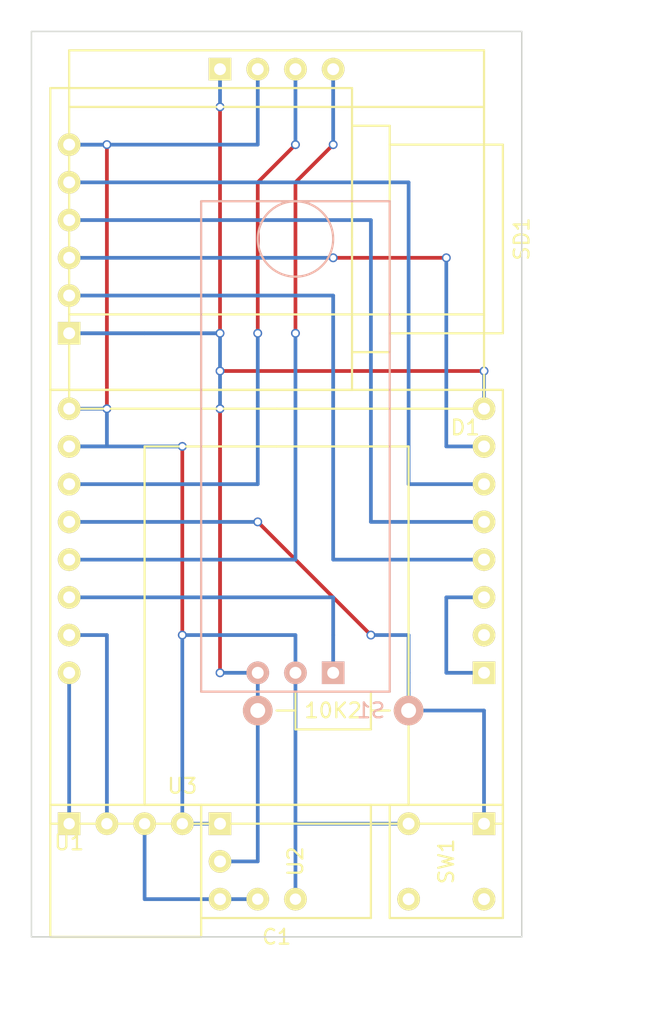
<source format=kicad_pcb>
(kicad_pcb (version 4) (host pcbnew 4.0.0-stable)

  (general
    (links 29)
    (no_connects 3)
    (area 132.029999 63.449999 165.150001 124.510001)
    (thickness 1.6)
    (drawings 10)
    (tracks 90)
    (zones 0)
    (modules 9)
    (nets 16)
  )

  (page A4)
  (title_block
    (title "Internet-of-Things Power Meter")
    (date 2016-03-27)
    (rev 0.3)
  )

  (layers
    (0 F.Cu signal)
    (31 B.Cu signal)
    (32 B.Adhes user)
    (33 F.Adhes user)
    (34 B.Paste user)
    (35 F.Paste user)
    (36 B.SilkS user hide)
    (37 F.SilkS user hide)
    (38 B.Mask user)
    (39 F.Mask user)
    (40 Dwgs.User user)
    (41 Cmts.User user)
    (42 Eco1.User user)
    (43 Eco2.User user)
    (44 Edge.Cuts user)
    (45 Margin user)
    (46 B.CrtYd user)
    (47 F.CrtYd user)
    (48 B.Fab user)
    (49 F.Fab user)
  )

  (setup
    (last_trace_width 0.25)
    (trace_clearance 0.2)
    (zone_clearance 0.508)
    (zone_45_only no)
    (trace_min 0.2)
    (segment_width 0.2)
    (edge_width 0.1)
    (via_size 0.6)
    (via_drill 0.4)
    (via_min_size 0.4)
    (via_min_drill 0.3)
    (uvia_size 0.3)
    (uvia_drill 0.1)
    (uvias_allowed no)
    (uvia_min_size 0.2)
    (uvia_min_drill 0.1)
    (pcb_text_width 0.3)
    (pcb_text_size 1.5 1.5)
    (mod_edge_width 0.15)
    (mod_text_size 1 1)
    (mod_text_width 0.15)
    (pad_size 1.5 1.5)
    (pad_drill 0.6)
    (pad_to_mask_clearance 0)
    (aux_axis_origin 0 0)
    (visible_elements FFFFFF7F)
    (pcbplotparams
      (layerselection 0x00030_80000001)
      (usegerberextensions false)
      (excludeedgelayer true)
      (linewidth 0.100000)
      (plotframeref false)
      (viasonmask false)
      (mode 1)
      (useauxorigin false)
      (hpglpennumber 1)
      (hpglpenspeed 20)
      (hpglpendiameter 15)
      (hpglpenoverlay 2)
      (psnegative false)
      (psa4output false)
      (plotreference true)
      (plotvalue true)
      (plotinvisibletext false)
      (padsonsilk false)
      (subtractmaskfromsilk false)
      (outputformat 4)
      (mirror false)
      (drillshape 0)
      (scaleselection 1)
      (outputdirectory ""))
  )

  (net 0 "")
  (net 1 VCC)
  (net 2 GND)
  (net 3 /CS)
  (net 4 /MOSI)
  (net 5 /CLK)
  (net 6 /MISO)
  (net 7 "Net-(U1-Pad2)")
  (net 8 +5V)
  (net 9 "Net-(U1-Pad1)")
  (net 10 /PROG)
  (net 11 /SCL)
  (net 12 /SDA)
  (net 13 /SENSOR)
  (net 14 /RX)
  (net 15 /TX)

  (net_class Default "This is the default net class."
    (clearance 0.2)
    (trace_width 0.25)
    (via_dia 0.6)
    (via_drill 0.4)
    (uvia_dia 0.3)
    (uvia_drill 0.1)
    (add_net +5V)
    (add_net /CLK)
    (add_net /CS)
    (add_net /MISO)
    (add_net /MOSI)
    (add_net /PROG)
    (add_net /RX)
    (add_net /SCL)
    (add_net /SDA)
    (add_net /SENSOR)
    (add_net /TX)
    (add_net GND)
    (add_net "Net-(U1-Pad1)")
    (add_net "Net-(U1-Pad2)")
    (add_net VCC)
  )

  (module IPM_KiCad_footprint_library:ESP8266-12E_breakout (layer F.Cu) (tedit 567809D5) (tstamp 56780750)
    (at 162.56 106.68 180)
    (path /56744217)
    (fp_text reference U1 (at 27.94 -11.43 180) (layer F.SilkS)
      (effects (font (size 1 1) (thickness 0.15)))
    )
    (fp_text value ESP-12 (at -3.81 10.16 270) (layer F.Fab)
      (effects (font (size 1 1) (thickness 0.15)))
    )
    (fp_line (start 13.97 -8.89) (end 22.86 -8.89) (layer F.SilkS) (width 0.15))
    (fp_line (start 22.86 -8.89) (end 22.86 15.24) (layer F.SilkS) (width 0.15))
    (fp_line (start 22.86 15.24) (end 13.97 15.24) (layer F.SilkS) (width 0.15))
    (fp_line (start 13.97 15.24) (end 5.08 15.24) (layer F.SilkS) (width 0.15))
    (fp_line (start 5.08 15.24) (end 5.08 -8.89) (layer F.SilkS) (width 0.15))
    (fp_line (start 5.08 -8.89) (end 13.97 -8.89) (layer F.SilkS) (width 0.15))
    (fp_line (start -1.27 19.05) (end 29.21 19.05) (layer F.SilkS) (width 0.15))
    (fp_line (start 29.21 19.05) (end 29.21 -10.16) (layer F.SilkS) (width 0.15))
    (fp_line (start 29.21 -10.16) (end -1.27 -10.16) (layer F.SilkS) (width 0.15))
    (fp_line (start -1.27 -10.16) (end -1.27 19.05) (layer F.SilkS) (width 0.15))
    (pad 9 thru_hole circle (at 27.94 17.78 180) (size 1.524 1.524) (drill 0.8) (layers *.Cu *.Mask F.SilkS)
      (net 2 GND))
    (pad 10 thru_hole circle (at 27.94 15.24 180) (size 1.524 1.524) (drill 0.8) (layers *.Cu *.Mask F.SilkS)
      (net 2 GND))
    (pad 11 thru_hole circle (at 27.94 12.7 180) (size 1.524 1.524) (drill 0.8) (layers *.Cu *.Mask F.SilkS)
      (net 11 /SCL))
    (pad 12 thru_hole circle (at 27.94 10.16 180) (size 1.524 1.524) (drill 0.8) (layers *.Cu *.Mask F.SilkS)
      (net 10 /PROG))
    (pad 13 thru_hole circle (at 27.94 7.62 180) (size 1.524 1.524) (drill 0.8) (layers *.Cu *.Mask F.SilkS)
      (net 12 /SDA))
    (pad 14 thru_hole circle (at 27.94 5.08 180) (size 1.524 1.524) (drill 0.8) (layers *.Cu *.Mask F.SilkS)
      (net 13 /SENSOR))
    (pad 15 thru_hole circle (at 27.94 2.54 180) (size 1.524 1.524) (drill 0.8) (layers *.Cu *.Mask F.SilkS)
      (net 14 /RX))
    (pad 16 thru_hole circle (at 27.94 0 180) (size 1.524 1.524) (drill 0.8) (layers *.Cu *.Mask F.SilkS)
      (net 15 /TX))
    (pad 8 thru_hole circle (at 0 17.78 180) (size 1.524 1.524) (drill 0.8) (layers *.Cu *.Mask F.SilkS)
      (net 1 VCC))
    (pad 7 thru_hole circle (at 0 15.24 180) (size 1.524 1.524) (drill 0.8) (layers *.Cu *.Mask F.SilkS)
      (net 4 /MOSI))
    (pad 6 thru_hole circle (at 0 12.7 180) (size 1.524 1.524) (drill 0.8) (layers *.Cu *.Mask F.SilkS)
      (net 6 /MISO))
    (pad 5 thru_hole circle (at 0 10.16 180) (size 1.524 1.524) (drill 0.8) (layers *.Cu *.Mask F.SilkS)
      (net 5 /CLK))
    (pad 4 thru_hole circle (at 0 7.62 180) (size 1.524 1.524) (drill 0.8) (layers *.Cu *.Mask F.SilkS)
      (net 3 /CS))
    (pad 3 thru_hole circle (at 0 5.08 180) (size 1.524 1.524) (drill 0.8) (layers *.Cu *.Mask F.SilkS)
      (net 9 "Net-(U1-Pad1)"))
    (pad 2 thru_hole circle (at 0 2.54 180) (size 1.524 1.524) (drill 0.8) (layers *.Cu *.Mask F.SilkS)
      (net 7 "Net-(U1-Pad2)"))
    (pad 1 thru_hole rect (at 0 0 180) (size 1.524 1.524) (drill 0.8) (layers *.Cu *.Mask F.SilkS)
      (net 9 "Net-(U1-Pad1)"))
  )

  (module IPM_KiCad_footprint_library:Button (layer F.Cu) (tedit 56783BD2) (tstamp 567824AC)
    (at 162.56 116.84 270)
    (path /56748014)
    (fp_text reference SW1 (at 2.54 2.54 270) (layer F.SilkS)
      (effects (font (size 1 1) (thickness 0.15)))
    )
    (fp_text value SW_PUSH (at 2.54 2.54 360) (layer F.Fab)
      (effects (font (size 1 1) (thickness 0.15)))
    )
    (fp_line (start -1.27 -1.27) (end 6.35 -1.27) (layer F.SilkS) (width 0.15))
    (fp_line (start 6.35 -1.27) (end 6.35 6.35) (layer F.SilkS) (width 0.15))
    (fp_line (start 6.35 6.35) (end -1.27 6.35) (layer F.SilkS) (width 0.15))
    (fp_line (start -1.27 6.35) (end -1.27 -1.27) (layer F.SilkS) (width 0.15))
    (pad 1 thru_hole rect (at 0 0 270) (size 1.524 1.524) (drill 0.8) (layers *.Cu *.Mask F.SilkS)
      (net 10 /PROG))
    (pad 1 thru_hole circle (at 5.08 0 270) (size 1.524 1.524) (drill 0.8) (layers *.Cu *.Mask F.SilkS)
      (net 10 /PROG))
    (pad 2 thru_hole circle (at 0 5.08 270) (size 1.524 1.524) (drill 0.8) (layers *.Cu *.Mask F.SilkS)
      (net 2 GND))
    (pad 2 thru_hole circle (at 5.08 5.08 270) (size 1.524 1.524) (drill 0.8) (layers *.Cu *.Mask F.SilkS)
      (net 2 GND))
  )

  (module Resistors_ThroughHole:Resistor_Horizontal_RM10mm (layer F.Cu) (tedit 53F56209) (tstamp 5678071B)
    (at 152.4 109.22)
    (descr "Resistor, Axial,  RM 10mm, 1/3W,")
    (tags "Resistor, Axial, RM 10mm, 1/3W,")
    (path /567456FA)
    (fp_text reference 10K2 (at 0 0) (layer F.SilkS)
      (effects (font (size 1 1) (thickness 0.15)))
    )
    (fp_text value R (at 0 0) (layer F.Fab)
      (effects (font (size 1 1) (thickness 0.15)))
    )
    (fp_line (start -2.54 -1.27) (end 2.54 -1.27) (layer F.SilkS) (width 0.15))
    (fp_line (start 2.54 -1.27) (end 2.54 1.27) (layer F.SilkS) (width 0.15))
    (fp_line (start 2.54 1.27) (end -2.54 1.27) (layer F.SilkS) (width 0.15))
    (fp_line (start -2.54 1.27) (end -2.54 -1.27) (layer F.SilkS) (width 0.15))
    (fp_line (start -2.54 0) (end -3.81 0) (layer F.SilkS) (width 0.15))
    (fp_line (start 2.54 0) (end 3.81 0) (layer F.SilkS) (width 0.15))
    (pad 1 thru_hole circle (at -5.08 0) (size 1.99898 1.99898) (drill 1.00076) (layers *.Cu *.SilkS *.Mask)
      (net 1 VCC))
    (pad 2 thru_hole circle (at 5.08 0) (size 1.99898 1.99898) (drill 1.00076) (layers *.Cu *.SilkS *.Mask)
      (net 10 /PROG))
    (model Resistors_ThroughHole.3dshapes/Resistor_Horizontal_RM10mm.wrl
      (at (xyz 0 0 0))
      (scale (xyz 0.4 0.4 0.4))
      (rotate (xyz 0 0 0))
    )
  )

  (module IPM_KiCad_footprint_library:LightSensor (layer B.Cu) (tedit 5677EF86) (tstamp 5678072A)
    (at 152.4 106.68 180)
    (path /567479DB)
    (fp_text reference S1 (at -2.54 -2.54 180) (layer B.SilkS)
      (effects (font (size 1 1) (thickness 0.15)) (justify mirror))
    )
    (fp_text value LightSensor (at 2.54 2.54 180) (layer B.Fab)
      (effects (font (size 1 1) (thickness 0.15)) (justify mirror))
    )
    (fp_circle (center 2.54 29.21) (end 2.54 31.75) (layer B.SilkS) (width 0.15))
    (fp_line (start -3.81 -1.27) (end 2.54 -1.27) (layer B.SilkS) (width 0.15))
    (fp_line (start 8.89 31.75) (end -3.81 31.75) (layer B.SilkS) (width 0.15))
    (fp_line (start -3.81 31.75) (end -3.81 -1.27) (layer B.SilkS) (width 0.15))
    (fp_line (start 2.54 -1.27) (end 8.89 -1.27) (layer B.SilkS) (width 0.15))
    (fp_line (start 8.89 -1.27) (end 8.89 31.75) (layer B.SilkS) (width 0.15))
    (pad 1 thru_hole rect (at 0 0 180) (size 1.524 1.524) (drill 0.8) (layers *.Cu *.Mask B.SilkS)
      (net 13 /SENSOR))
    (pad 2 thru_hole circle (at 2.54 0 180) (size 1.524 1.524) (drill 0.8) (layers *.Cu *.Mask B.SilkS)
      (net 2 GND))
    (pad 3 thru_hole circle (at 5.08 0 180) (size 1.524 1.524) (drill 0.8) (layers *.Cu *.Mask B.SilkS)
      (net 1 VCC))
  )

  (module IPM_KiCad_footprint_library:uSD_card_reader (layer F.Cu) (tedit 5677FCA3) (tstamp 56780734)
    (at 134.62 83.82 90)
    (path /567474F3)
    (fp_text reference SD1 (at 6.35 30.48 90) (layer F.SilkS)
      (effects (font (size 1 1) (thickness 0.15)))
    )
    (fp_text value MicroSD (at 6.35 -3.81 90) (layer F.Fab)
      (effects (font (size 1 1) (thickness 0.15)))
    )
    (fp_line (start 12.7 21.59) (end 12.7 29.21) (layer F.SilkS) (width 0.15))
    (fp_line (start 12.7 29.21) (end 0 29.21) (layer F.SilkS) (width 0.15))
    (fp_line (start 0 29.21) (end 0 21.59) (layer F.SilkS) (width 0.15))
    (fp_line (start 13.97 19.05) (end 13.97 21.59) (layer F.SilkS) (width 0.15))
    (fp_line (start 13.97 21.59) (end -1.27 21.59) (layer F.SilkS) (width 0.15))
    (fp_line (start -1.27 21.59) (end -1.27 19.05) (layer F.SilkS) (width 0.15))
    (fp_line (start 6.35 -1.27) (end 16.51 -1.27) (layer F.SilkS) (width 0.15))
    (fp_line (start 16.51 -1.27) (end 16.51 19.05) (layer F.SilkS) (width 0.15))
    (fp_line (start 16.51 19.05) (end 6.35 19.05) (layer F.SilkS) (width 0.15))
    (fp_line (start 6.35 19.05) (end -3.81 19.05) (layer F.SilkS) (width 0.15))
    (fp_line (start -3.81 19.05) (end -3.81 -1.27) (layer F.SilkS) (width 0.15))
    (fp_line (start -3.81 -1.27) (end 6.35 -1.27) (layer F.SilkS) (width 0.15))
    (pad 1 thru_hole rect (at 0 0 90) (size 1.524 1.524) (drill 0.8) (layers *.Cu *.Mask F.SilkS)
      (net 1 VCC))
    (pad 2 thru_hole circle (at 2.54 0 90) (size 1.524 1.524) (drill 0.8) (layers *.Cu *.Mask F.SilkS)
      (net 3 /CS))
    (pad 3 thru_hole circle (at 5.08 0 90) (size 1.524 1.524) (drill 0.8) (layers *.Cu *.Mask F.SilkS)
      (net 4 /MOSI))
    (pad 4 thru_hole circle (at 7.62 0 90) (size 1.524 1.524) (drill 0.8) (layers *.Cu *.Mask F.SilkS)
      (net 5 /CLK))
    (pad 5 thru_hole circle (at 10.16 0 90) (size 1.524 1.524) (drill 0.8) (layers *.Cu *.Mask F.SilkS)
      (net 6 /MISO))
    (pad 6 thru_hole circle (at 12.7 0 90) (size 1.524 1.524) (drill 0.8) (layers *.Cu *.Mask F.SilkS)
      (net 2 GND))
  )

  (module IPM_KiCad_footprint_library:OLED (layer F.Cu) (tedit 5677FB93) (tstamp 56780723)
    (at 144.78 66.04)
    (path /56747219)
    (fp_text reference D1 (at 16.51 24.13) (layer F.SilkS)
      (effects (font (size 1 1) (thickness 0.15)))
    )
    (fp_text value OLED (at 3.81 -3.81) (layer F.Fab)
      (effects (font (size 1 1) (thickness 0.15)))
    )
    (fp_line (start -10.16 16.51) (end 17.78 16.51) (layer F.SilkS) (width 0.15))
    (fp_line (start -10.16 2.54) (end 17.78 2.54) (layer F.SilkS) (width 0.15))
    (fp_line (start 3.81 -1.27) (end -10.16 -1.27) (layer F.SilkS) (width 0.15))
    (fp_line (start -10.16 -1.27) (end -10.16 22.86) (layer F.SilkS) (width 0.15))
    (fp_line (start -10.16 22.86) (end 3.81 22.86) (layer F.SilkS) (width 0.15))
    (fp_line (start 3.81 -1.27) (end 17.78 -1.27) (layer F.SilkS) (width 0.15))
    (fp_line (start 17.78 -1.27) (end 17.78 22.86) (layer F.SilkS) (width 0.15))
    (fp_line (start 17.78 22.86) (end 3.81 22.86) (layer F.SilkS) (width 0.15))
    (pad 2 thru_hole circle (at 2.54 0) (size 1.524 1.524) (drill 0.8) (layers *.Cu *.Mask F.SilkS)
      (net 2 GND))
    (pad 1 thru_hole rect (at 0 0) (size 1.524 1.524) (drill 0.8) (layers *.Cu *.Mask F.SilkS)
      (net 1 VCC))
    (pad 3 thru_hole circle (at 5.08 0) (size 1.524 1.524) (drill 0.8) (layers *.Cu *.Mask F.SilkS)
      (net 11 /SCL))
    (pad 4 thru_hole circle (at 7.62 0) (size 1.524 1.524) (drill 0.8) (layers *.Cu *.Mask F.SilkS)
      (net 12 /SDA))
  )

  (module IPM_KiCad_footprint_library:FTDI (layer F.Cu) (tedit 5679B093) (tstamp 56781A1A)
    (at 134.62 116.84)
    (path /56747C70)
    (fp_text reference U3 (at 7.62 -2.54) (layer F.SilkS)
      (effects (font (size 1 1) (thickness 0.15)))
    )
    (fp_text value FTDI (at 1.27 2.54) (layer F.Fab)
      (effects (font (size 1 1) (thickness 0.15)))
    )
    (fp_line (start 8.89 7.62) (end -1.27 7.62) (layer F.SilkS) (width 0.15))
    (fp_line (start -1.27 -1.27) (end 8.89 -1.27) (layer F.SilkS) (width 0.15))
    (fp_line (start 8.89 7.62) (end 8.89 -1.27) (layer F.SilkS) (width 0.15))
    (fp_line (start -1.27 -1.27) (end -1.27 7.62) (layer F.SilkS) (width 0.15))
    (pad 1 thru_hole rect (at 0 0) (size 1.524 1.524) (drill 0.762) (layers *.Cu *.Mask F.SilkS)
      (net 15 /TX))
    (pad 2 thru_hole circle (at 2.54 0) (size 1.524 1.524) (drill 0.762) (layers *.Cu *.Mask F.SilkS)
      (net 14 /RX))
    (pad 3 thru_hole circle (at 5.08 0) (size 1.524 1.524) (drill 0.762) (layers *.Cu *.Mask F.SilkS)
      (net 8 +5V))
    (pad 4 thru_hole circle (at 7.62 0) (size 1.524 1.524) (drill 0.762) (layers *.Cu *.Mask F.SilkS)
      (net 2 GND))
  )

  (module IPM_KiCad_footprint_library:5-3V3_LDO (layer F.Cu) (tedit 5679B7C7) (tstamp 56780757)
    (at 144.78 116.84 90)
    (path /5676A1C5)
    (fp_text reference U2 (at -2.54 5.08 90) (layer F.SilkS)
      (effects (font (size 1 1) (thickness 0.15)))
    )
    (fp_text value AP1117T33 (at 5.08 0 90) (layer F.Fab)
      (effects (font (size 1 1) (thickness 0.15)))
    )
    (fp_line (start -6.35 10.16) (end -6.35 -1.27) (layer F.SilkS) (width 0.15))
    (fp_line (start 1.27 10.16) (end -6.35 10.16) (layer F.SilkS) (width 0.15))
    (fp_line (start 1.27 -1.27) (end 1.27 10.16) (layer F.SilkS) (width 0.15))
    (fp_line (start -6.35 -1.27) (end 1.27 -1.27) (layer F.SilkS) (width 0.15))
    (pad 1 thru_hole rect (at 0 0 90) (size 1.524 1.524) (drill 0.8) (layers *.Cu *.Mask F.SilkS)
      (net 2 GND))
    (pad 2 thru_hole circle (at -2.54 0 90) (size 1.524 1.524) (drill 0.8) (layers *.Cu *.Mask F.SilkS)
      (net 1 VCC))
    (pad 3 thru_hole circle (at -5.08 0 90) (size 1.524 1.524) (drill 0.8) (layers *.Cu *.Mask F.SilkS)
      (net 8 +5V))
  )

  (module IPM_KiCad_footprint_library:Power_connector (layer F.Cu) (tedit 56F7B3BB) (tstamp 56F85EE4)
    (at 148.59 121.92)
    (path /56F85C43)
    (fp_text reference C1 (at 0 2.54) (layer F.SilkS)
      (effects (font (size 1 1) (thickness 0.15)))
    )
    (fp_text value Power_connector (at 0 3.81) (layer F.Fab)
      (effects (font (size 1 1) (thickness 0.15)))
    )
    (pad 1 thru_hole circle (at -1.27 0) (size 1.524 1.524) (drill 0.762) (layers *.Cu *.Mask F.SilkS)
      (net 8 +5V))
    (pad 2 thru_hole circle (at 1.27 0) (size 1.524 1.524) (drill 0.762) (layers *.Cu *.Mask F.SilkS)
      (net 2 GND))
  )

  (dimension 60.96 (width 0.3) (layer Dwgs.User)
    (gr_text "60.960 mm" (at 171.53 93.98 90) (layer Dwgs.User)
      (effects (font (size 1.5 1.5) (thickness 0.3)))
    )
    (feature1 (pts (xy 165.1 63.5) (xy 172.88 63.5)))
    (feature2 (pts (xy 165.1 124.46) (xy 172.88 124.46)))
    (crossbar (pts (xy 170.18 124.46) (xy 170.18 63.5)))
    (arrow1a (pts (xy 170.18 63.5) (xy 170.766421 64.626504)))
    (arrow1b (pts (xy 170.18 63.5) (xy 169.593579 64.626504)))
    (arrow2a (pts (xy 170.18 124.46) (xy 170.766421 123.333496)))
    (arrow2b (pts (xy 170.18 124.46) (xy 169.593579 123.333496)))
  )
  (dimension 33.02 (width 0.3) (layer Dwgs.User)
    (gr_text "33.020 mm" (at 148.59 130.889999) (layer Dwgs.User)
      (effects (font (size 1.5 1.5) (thickness 0.3)))
    )
    (feature1 (pts (xy 165.1 124.46) (xy 165.1 132.239999)))
    (feature2 (pts (xy 132.08 124.46) (xy 132.08 132.239999)))
    (crossbar (pts (xy 132.08 129.539999) (xy 165.1 129.539999)))
    (arrow1a (pts (xy 165.1 129.539999) (xy 163.973496 130.12642)))
    (arrow1b (pts (xy 165.1 129.539999) (xy 163.973496 128.953578)))
    (arrow2a (pts (xy 132.08 129.539999) (xy 133.206504 130.12642)))
    (arrow2b (pts (xy 132.08 129.539999) (xy 133.206504 128.953578)))
  )
  (gr_line (start 132.08 68.58) (end 132.08 124.46) (angle 90) (layer Edge.Cuts) (width 0.1))
  (gr_line (start 142.24 63.5) (end 132.08 63.5) (angle 90) (layer Edge.Cuts) (width 0.1))
  (gr_line (start 132.08 63.5) (end 132.08 68.58) (angle 90) (layer Edge.Cuts) (width 0.1))
  (gr_line (start 154.94 63.5) (end 142.24 63.5) (angle 90) (layer Edge.Cuts) (width 0.1))
  (gr_line (start 165.1 68.58) (end 165.1 63.5) (angle 90) (layer Edge.Cuts) (width 0.1))
  (gr_line (start 165.1 63.5) (end 154.94 63.5) (angle 90) (layer Edge.Cuts) (width 0.1))
  (gr_line (start 165.1 124.46) (end 165.1 68.58) (angle 90) (layer Edge.Cuts) (width 0.1))
  (gr_line (start 165.1 124.46) (end 132.08 124.46) (angle 90) (layer Edge.Cuts) (width 0.1))

  (segment (start 144.78 68.58) (end 144.78 66.04) (width 0.25) (layer B.Cu) (net 1))
  (via (at 144.78 68.58) (size 0.6) (drill 0.4) (layers F.Cu B.Cu) (net 1))
  (segment (start 144.78 83.82) (end 144.78 68.58) (width 0.25) (layer F.Cu) (net 1))
  (segment (start 139.7 83.82) (end 134.62 83.82) (width 0.25) (layer B.Cu) (net 1))
  (segment (start 144.78 83.82) (end 139.7 83.82) (width 0.25) (layer B.Cu) (net 1))
  (via (at 144.78 83.82) (size 0.6) (drill 0.4) (layers F.Cu B.Cu) (net 1))
  (segment (start 144.78 88.9) (end 144.78 106.68) (width 0.25) (layer F.Cu) (net 1))
  (via (at 144.78 106.68) (size 0.6) (drill 0.4) (layers F.Cu B.Cu) (net 1))
  (segment (start 147.32 106.68) (end 144.78 106.68) (width 0.25) (layer B.Cu) (net 1))
  (segment (start 147.32 119.38) (end 144.78 119.38) (width 0.25) (layer B.Cu) (net 1))
  (segment (start 147.32 106.68) (end 147.32 119.38) (width 0.25) (layer B.Cu) (net 1))
  (segment (start 144.78 104.14) (end 144.78 88.9) (width 0.25) (layer F.Cu) (net 1) (tstamp 56782A32))
  (segment (start 144.78 88.9) (end 144.78 86.36) (width 0.25) (layer B.Cu) (net 1) (tstamp 56781AB6))
  (via (at 144.78 88.9) (size 0.6) (drill 0.4) (layers F.Cu B.Cu) (net 1))
  (segment (start 162.56 88.9) (end 162.56 86.36) (width 0.25) (layer B.Cu) (net 1))
  (segment (start 144.78 86.36) (end 144.78 83.82) (width 0.25) (layer B.Cu) (net 1) (tstamp 56781289))
  (via (at 144.78 86.36) (size 0.6) (drill 0.4) (layers F.Cu B.Cu) (net 1))
  (segment (start 162.56 86.36) (end 144.78 86.36) (width 0.25) (layer F.Cu) (net 1) (tstamp 56781282))
  (via (at 162.56 86.36) (size 0.6) (drill 0.4) (layers F.Cu B.Cu) (net 1))
  (segment (start 134.62 83.82) (end 144.78 83.82) (width 0.25) (layer B.Cu) (net 1))
  (segment (start 149.86 121.92) (end 149.86 116.84) (width 0.25) (layer B.Cu) (net 2))
  (segment (start 134.62 71.12) (end 147.32 71.12) (width 0.25) (layer B.Cu) (net 2))
  (segment (start 147.32 71.12) (end 147.32 66.04) (width 0.25) (layer B.Cu) (net 2) (tstamp 56780C7C))
  (segment (start 149.86 116.84) (end 149.86 106.68) (width 0.25) (layer B.Cu) (net 2))
  (segment (start 157.48 116.84) (end 149.86 116.84) (width 0.25) (layer B.Cu) (net 2))
  (via (at 142.24 104.14) (size 0.6) (drill 0.4) (layers F.Cu B.Cu) (net 2))
  (segment (start 142.24 104.14) (end 142.24 116.84) (width 0.25) (layer B.Cu) (net 2))
  (segment (start 149.86 104.14) (end 142.24 104.14) (width 0.25) (layer B.Cu) (net 2))
  (segment (start 142.24 116.84) (end 144.78 116.84) (width 0.25) (layer B.Cu) (net 2))
  (segment (start 149.86 104.14) (end 149.86 106.68) (width 0.25) (layer B.Cu) (net 2))
  (segment (start 134.62 91.44) (end 142.24 91.44) (width 0.25) (layer B.Cu) (net 2))
  (segment (start 142.24 91.44) (end 142.24 104.14) (width 0.25) (layer F.Cu) (net 2) (tstamp 56782590))
  (via (at 142.24 91.44) (size 0.6) (drill 0.4) (layers F.Cu B.Cu) (net 2))
  (segment (start 134.62 91.44) (end 137.16 91.44) (width 0.25) (layer B.Cu) (net 2))
  (segment (start 137.16 91.44) (end 137.16 88.9) (width 0.25) (layer B.Cu) (net 2) (tstamp 567812AA))
  (segment (start 134.62 88.9) (end 137.16 88.9) (width 0.25) (layer B.Cu) (net 2))
  (segment (start 137.16 71.12) (end 134.62 71.12) (width 0.25) (layer B.Cu) (net 2) (tstamp 56781245))
  (via (at 137.16 71.12) (size 0.6) (drill 0.4) (layers F.Cu B.Cu) (net 2))
  (segment (start 137.16 88.9) (end 137.16 71.12) (width 0.25) (layer F.Cu) (net 2) (tstamp 56781242))
  (via (at 137.16 88.9) (size 0.6) (drill 0.4) (layers F.Cu B.Cu) (net 2))
  (segment (start 134.62 81.28) (end 152.4 81.28) (width 0.25) (layer B.Cu) (net 3))
  (segment (start 152.4 99.06) (end 162.56 99.06) (width 0.25) (layer B.Cu) (net 3) (tstamp 56780C6F))
  (segment (start 152.4 81.28) (end 152.4 99.06) (width 0.25) (layer B.Cu) (net 3) (tstamp 56780C6E))
  (segment (start 152.4 78.74) (end 160.02 78.74) (width 0.25) (layer F.Cu) (net 4) (tstamp 56780C74))
  (segment (start 160.02 78.74) (end 160.02 91.44) (width 0.25) (layer B.Cu) (net 4) (tstamp 56780C77))
  (via (at 160.02 78.74) (size 0.6) (drill 0.4) (layers F.Cu B.Cu) (net 4))
  (segment (start 134.62 78.74) (end 152.4 78.74) (width 0.25) (layer B.Cu) (net 4))
  (segment (start 160.02 91.44) (end 162.56 91.44) (width 0.25) (layer B.Cu) (net 4) (tstamp 56780C78))
  (via (at 152.4 78.74) (size 0.6) (drill 0.4) (layers F.Cu B.Cu) (net 4))
  (segment (start 134.62 76.2) (end 154.94 76.2) (width 0.25) (layer B.Cu) (net 5))
  (segment (start 154.94 96.52) (end 162.56 96.52) (width 0.25) (layer B.Cu) (net 5) (tstamp 56780C69))
  (segment (start 154.94 76.2) (end 154.94 96.52) (width 0.25) (layer B.Cu) (net 5) (tstamp 56780C68))
  (segment (start 134.62 73.66) (end 157.48 73.66) (width 0.25) (layer B.Cu) (net 6))
  (segment (start 157.48 93.98) (end 162.56 93.98) (width 0.25) (layer B.Cu) (net 6) (tstamp 56780C65))
  (segment (start 157.48 73.66) (end 157.48 93.98) (width 0.25) (layer B.Cu) (net 6) (tstamp 56780C64))
  (segment (start 147.32 121.92) (end 144.78 121.92) (width 0.25) (layer B.Cu) (net 8))
  (segment (start 139.7 121.92) (end 139.7 116.84) (width 0.25) (layer B.Cu) (net 8))
  (segment (start 144.78 121.92) (end 139.7 121.92) (width 0.25) (layer B.Cu) (net 8))
  (segment (start 162.56 101.6) (end 160.02 101.6) (width 0.25) (layer B.Cu) (net 9))
  (segment (start 160.02 106.68) (end 162.56 106.68) (width 0.25) (layer B.Cu) (net 9) (tstamp 567812CA))
  (segment (start 160.02 101.6) (end 160.02 106.68) (width 0.25) (layer B.Cu) (net 9) (tstamp 567812C9))
  (segment (start 157.48 109.22) (end 162.56 109.22) (width 0.25) (layer B.Cu) (net 10))
  (segment (start 157.48 106.68) (end 157.48 109.22) (width 0.25) (layer B.Cu) (net 10))
  (segment (start 157.48 104.14) (end 157.48 106.68) (width 0.25) (layer B.Cu) (net 10))
  (segment (start 154.94 104.14) (end 157.48 104.14) (width 0.25) (layer B.Cu) (net 10))
  (segment (start 162.56 116.84) (end 162.56 109.22) (width 0.25) (layer B.Cu) (net 10))
  (segment (start 134.62 96.52) (end 147.32 96.52) (width 0.25) (layer B.Cu) (net 10))
  (via (at 154.94 104.14) (size 0.6) (drill 0.4) (layers F.Cu B.Cu) (net 10))
  (segment (start 147.32 96.52) (end 154.94 104.14) (width 0.25) (layer F.Cu) (net 10) (tstamp 56783D4E))
  (via (at 147.32 96.52) (size 0.6) (drill 0.4) (layers F.Cu B.Cu) (net 10))
  (segment (start 149.86 66.04) (end 149.86 71.12) (width 0.25) (layer B.Cu) (net 11))
  (segment (start 147.32 73.66) (end 147.32 83.82) (width 0.25) (layer F.Cu) (net 11) (tstamp 56780C82))
  (segment (start 149.86 71.12) (end 147.32 73.66) (width 0.25) (layer F.Cu) (net 11) (tstamp 56780C81))
  (via (at 149.86 71.12) (size 0.6) (drill 0.4) (layers F.Cu B.Cu) (net 11))
  (segment (start 147.32 93.98) (end 134.62 93.98) (width 0.25) (layer B.Cu) (net 11) (tstamp 56780C87))
  (segment (start 147.32 83.82) (end 147.32 93.98) (width 0.25) (layer B.Cu) (net 11) (tstamp 56780C86))
  (via (at 147.32 83.82) (size 0.6) (drill 0.4) (layers F.Cu B.Cu) (net 11))
  (segment (start 149.86 73.66) (end 152.4 71.12) (width 0.25) (layer F.Cu) (net 12) (tstamp 56782A06))
  (segment (start 149.86 83.82) (end 149.86 73.66) (width 0.25) (layer F.Cu) (net 12) (tstamp 56782A05))
  (via (at 152.4 71.12) (size 0.6) (drill 0.4) (layers F.Cu B.Cu) (net 12))
  (segment (start 134.62 99.06) (end 149.86 99.06) (width 0.25) (layer B.Cu) (net 12))
  (segment (start 152.4 71.12) (end 152.4 66.04) (width 0.25) (layer B.Cu) (net 12) (tstamp 56782A09))
  (via (at 149.86 83.82) (size 0.6) (drill 0.4) (layers F.Cu B.Cu) (net 12))
  (segment (start 149.86 99.06) (end 149.86 83.82) (width 0.25) (layer B.Cu) (net 12) (tstamp 567829FE))
  (segment (start 152.4 104.14) (end 152.4 106.22999) (width 0.25) (layer B.Cu) (net 13))
  (segment (start 134.62 101.6) (end 152.4 101.6) (width 0.25) (layer B.Cu) (net 13))
  (segment (start 152.4 101.6) (end 152.4 104.14) (width 0.25) (layer B.Cu) (net 13) (tstamp 56782A29))
  (segment (start 137.16 104.14) (end 137.16 116.84) (width 0.25) (layer B.Cu) (net 14))
  (segment (start 134.62 104.14) (end 137.16 104.14) (width 0.25) (layer B.Cu) (net 14))
  (segment (start 134.62 106.68) (end 134.62 116.84) (width 0.25) (layer B.Cu) (net 15))

)

</source>
